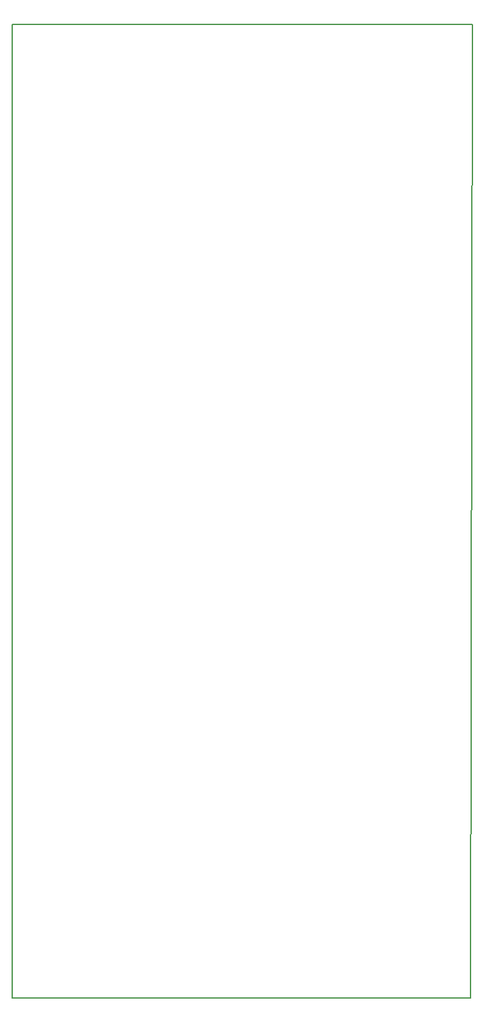
<source format=gko>
G04 DipTrace 3.3.0.0*
G04 pachinko_panel.GKO*
%MOIN*%
G04 #@! TF.FileFunction,Profile*
G04 #@! TF.Part,Single*
%ADD11C,0.005512*%
%FSLAX26Y26*%
G04*
G70*
G90*
G75*
G01*
G04 BoardOutline*
%LPD*%
X2774016Y394016D2*
D11*
X2784016Y5450016D1*
X394016D1*
Y394016D1*
X2774016D1*
M02*

</source>
